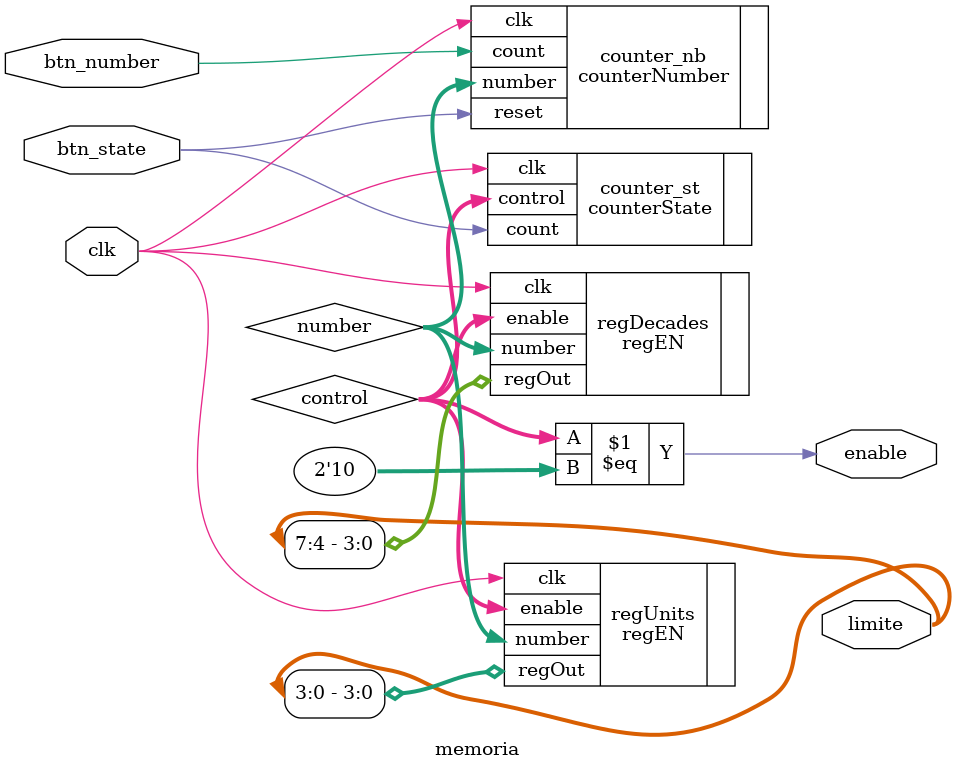
<source format=v>
module memoria (

	input clk,
	input btn_state,
	input btn_number,
	output enable,
	output [7:0]limite

);

wire [1:0] control;
wire [3:0] number;

counterState counter_st (.clk(clk), .count(btn_state), .control(control));

counterNumber counter_nb (.clk(clk), .reset(btn_state), .count(btn_number), .number(number));

regEN #(2'b0) regUnits (.clk(clk), .enable(control), .number(number), .regOut(limite[3:0]));

regEN #(2'b1) regDecades (.clk(clk), .enable(control), .number(number), .regOut(limite[7:4]));

assign enable = (control == 2'd2);

endmodule

</source>
